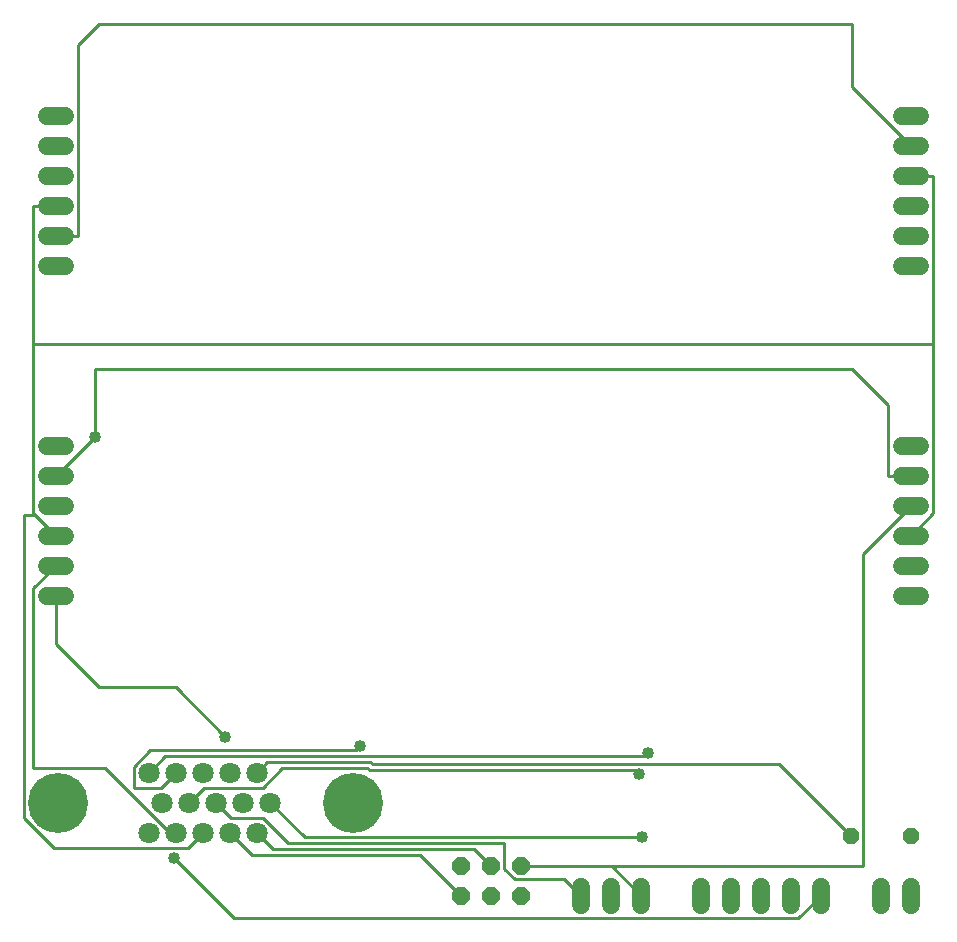
<source format=gbl>
G75*
G70*
%OFA0B0*%
%FSLAX24Y24*%
%IPPOS*%
%LPD*%
%AMOC8*
5,1,8,0,0,1.08239X$1,22.5*
%
%ADD10C,0.0709*%
%ADD11C,0.2000*%
%ADD12C,0.0600*%
%ADD13OC8,0.0520*%
%ADD14OC8,0.0600*%
%ADD15C,0.0100*%
%ADD16C,0.0400*%
D10*
X004700Y005725D03*
X005600Y005725D03*
X006500Y005725D03*
X007400Y005725D03*
X008300Y005725D03*
X007850Y006725D03*
X006950Y006725D03*
X006050Y006725D03*
X005150Y006725D03*
X004700Y007725D03*
X005600Y007725D03*
X006500Y007725D03*
X007400Y007725D03*
X008300Y007725D03*
X008750Y006725D03*
D11*
X011520Y006725D03*
X001680Y006725D03*
D12*
X001900Y013625D02*
X001300Y013625D01*
X001300Y014625D02*
X001900Y014625D01*
X001900Y015625D02*
X001300Y015625D01*
X001300Y016625D02*
X001900Y016625D01*
X001900Y017625D02*
X001300Y017625D01*
X001300Y018625D02*
X001900Y018625D01*
X001900Y024625D02*
X001300Y024625D01*
X001300Y025625D02*
X001900Y025625D01*
X001900Y026625D02*
X001300Y026625D01*
X001300Y027625D02*
X001900Y027625D01*
X001900Y028625D02*
X001300Y028625D01*
X001300Y029625D02*
X001900Y029625D01*
X019100Y003925D02*
X019100Y003325D01*
X020100Y003325D02*
X020100Y003925D01*
X021100Y003925D02*
X021100Y003325D01*
X023100Y003325D02*
X023100Y003925D01*
X024100Y003925D02*
X024100Y003325D01*
X025100Y003325D02*
X025100Y003925D01*
X026100Y003925D02*
X026100Y003325D01*
X027100Y003325D02*
X027100Y003925D01*
X029100Y003925D02*
X029100Y003325D01*
X030100Y003325D02*
X030100Y003925D01*
X030400Y013625D02*
X029800Y013625D01*
X029800Y014625D02*
X030400Y014625D01*
X030400Y015625D02*
X029800Y015625D01*
X029800Y016625D02*
X030400Y016625D01*
X030400Y017625D02*
X029800Y017625D01*
X029800Y018625D02*
X030400Y018625D01*
X030400Y024625D02*
X029800Y024625D01*
X029800Y025625D02*
X030400Y025625D01*
X030400Y026625D02*
X029800Y026625D01*
X029800Y027625D02*
X030400Y027625D01*
X030400Y028625D02*
X029800Y028625D01*
X029800Y029625D02*
X030400Y029625D01*
D13*
X030100Y005625D03*
X028100Y005625D03*
D14*
X017100Y004625D03*
X017100Y003625D03*
X016100Y003625D03*
X016100Y004625D03*
X015100Y004625D03*
X015100Y003625D03*
D15*
X001550Y005225D02*
X000550Y006225D01*
X000550Y016325D01*
X000850Y016325D01*
X000875Y016350D01*
X001600Y015625D01*
X001600Y014625D02*
X000850Y013875D01*
X000850Y007875D01*
X003250Y007875D01*
X005400Y005725D01*
X005600Y005725D01*
X006000Y005225D02*
X001550Y005225D01*
X004200Y007225D02*
X005100Y007225D01*
X005600Y007725D01*
X005250Y008275D02*
X004700Y007725D01*
X004200Y007925D02*
X004200Y007225D01*
X004200Y007925D02*
X004750Y008475D01*
X011600Y008475D01*
X011750Y008625D01*
X012100Y008075D02*
X008650Y008075D01*
X008300Y007725D01*
X008500Y007225D02*
X006550Y007225D01*
X006050Y006725D01*
X006950Y006725D02*
X007450Y006225D01*
X008500Y006225D01*
X009350Y005375D01*
X016550Y005375D01*
X016550Y004525D01*
X016900Y004175D01*
X018550Y004175D01*
X019100Y003625D01*
X020100Y004625D02*
X017100Y004625D01*
X016100Y004625D02*
X015550Y005175D01*
X008850Y005175D01*
X008300Y005725D01*
X008150Y004975D02*
X007400Y005725D01*
X006500Y005725D02*
X006000Y005225D01*
X005550Y004875D02*
X007550Y002875D01*
X026350Y002875D01*
X027100Y003625D01*
X028500Y004625D02*
X020150Y004625D01*
X020125Y004600D01*
X021100Y003625D01*
X020125Y004600D02*
X020100Y004625D01*
X021150Y005575D02*
X009900Y005575D01*
X008750Y006725D01*
X008500Y007225D02*
X009150Y007875D01*
X012000Y007875D01*
X012050Y007825D01*
X020900Y007825D01*
X021050Y007675D01*
X021250Y008275D02*
X005250Y008275D01*
X007250Y008925D02*
X005600Y010575D01*
X003050Y010575D01*
X001600Y012025D01*
X001600Y013625D01*
X000875Y016350D02*
X000850Y016375D01*
X000850Y022025D01*
X030850Y022025D01*
X030850Y016375D01*
X030100Y015625D01*
X030100Y016625D02*
X028500Y015025D01*
X028500Y004625D01*
X028100Y005625D02*
X025700Y008025D01*
X012150Y008025D01*
X012100Y008075D01*
X013750Y004975D02*
X008150Y004975D01*
X013750Y004975D02*
X015100Y003625D01*
X021250Y008275D02*
X021350Y008375D01*
X029350Y017625D02*
X030100Y017625D01*
X029350Y017625D02*
X029350Y019975D01*
X028150Y021175D01*
X002900Y021175D01*
X002900Y018925D01*
X001600Y017625D01*
X000850Y022025D02*
X000850Y026625D01*
X001600Y026625D01*
X001600Y025625D02*
X002350Y025625D01*
X002350Y031975D01*
X003050Y032675D01*
X028150Y032675D01*
X028150Y030575D01*
X030100Y028625D01*
X030100Y027625D02*
X030850Y027625D01*
X030850Y022025D01*
D16*
X021350Y008375D03*
X021050Y007675D03*
X021150Y005575D03*
X011750Y008625D03*
X007250Y008925D03*
X005550Y004875D03*
X002900Y018925D03*
M02*

</source>
